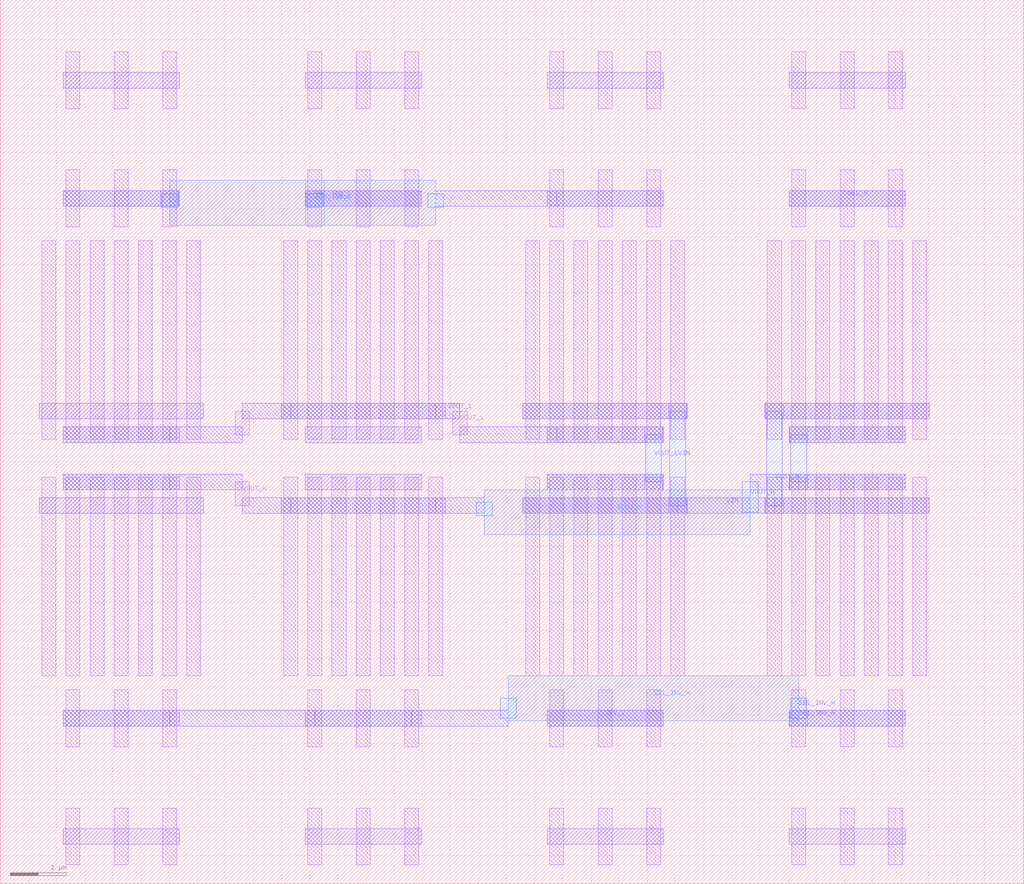
<source format=lef>
VERSION 5.7 ;
  DIVIDERCHAR "/" ;
  BUSBITCHARS "[]" ;
MACRO DCDC_MUX
  CLASS BLOCK ;
  ORIGIN 0 0 ;
  FOREIGN DCDC_MUX 0 0 ;
  SIZE 18.19 BY 15.71 ;
  PIN SEL_H
    DIRECTION INOUT ;
    USE SIGNAL ;
    PORT 
      LAYER met2 ;
        RECT 14.02 12.04 16.08 12.32 ;
    END
  END SEL_H
  PIN SEL_INV_H
    DIRECTION INOUT ;
    USE SIGNAL ;
    PORT 
      LAYER met2 ;
        RECT 1.12 2.8 3.18 3.08 ;
      LAYER met2 ;
        RECT 5.42 2.8 7.48 3.08 ;
      LAYER met2 ;
        RECT 14.02 2.8 16.08 3.08 ;
      LAYER met2 ;
        RECT 3.01 2.8 5.59 3.08 ;
      LAYER met2 ;
        RECT 7.31 2.8 9.03 3.08 ;
      LAYER met3 ;
        RECT 8.89 2.94 9.17 3.3 ;
      LAYER met4 ;
        RECT 9.03 2.9 14.19 3.7 ;
      LAYER met3 ;
        RECT 14.05 2.94 14.33 3.3 ;
      LAYER met2 ;
        RECT 14.03 2.8 14.35 3.08 ;
    END
  END SEL_INV_H
  PIN SEL_INV_L
    DIRECTION INOUT ;
    USE SIGNAL ;
    PORT 
      LAYER met2 ;
        RECT 9.72 12.04 11.78 12.32 ;
      LAYER met2 ;
        RECT 1.12 12.04 3.18 12.32 ;
      LAYER met2 ;
        RECT 5.42 12.04 7.48 12.32 ;
      LAYER met2 ;
        RECT 7.74 12.04 9.89 12.32 ;
      LAYER met3 ;
        RECT 7.6 12.019 7.88 12.261 ;
      LAYER met4 ;
        RECT 3.01 11.7 7.74 12.5 ;
      LAYER met3 ;
        RECT 2.87 12.019 3.15 12.261 ;
      LAYER met2 ;
        RECT 2.85 12.04 3.17 12.32 ;
      LAYER met4 ;
        RECT 5.425 11.7 5.755 12.5 ;
      LAYER met3 ;
        RECT 5.45 12.019 5.73 12.261 ;
      LAYER met2 ;
        RECT 5.43 12.04 5.75 12.32 ;
    END
  END SEL_INV_L
  PIN SEL_L
    DIRECTION INOUT ;
    USE SIGNAL ;
    PORT 
      LAYER met2 ;
        RECT 9.72 2.8 11.78 3.08 ;
    END
  END SEL_L
  PIN VIN
    DIRECTION INOUT ;
    USE SIGNAL ;
    PORT 
      LAYER met2 ;
        RECT 13.59 6.58 16.51 6.86 ;
      LAYER met2 ;
        RECT 13.59 8.26 16.51 8.54 ;
      LAYER met2 ;
        RECT 13.6 6.58 13.92 6.86 ;
      LAYER met3 ;
        RECT 13.62 6.72 13.9 8.4 ;
      LAYER met2 ;
        RECT 13.6 8.26 13.92 8.54 ;
      LAYER met2 ;
        RECT 9.29 6.58 12.21 6.86 ;
      LAYER met2 ;
        RECT 9.29 8.26 12.21 8.54 ;
      LAYER met2 ;
        RECT 11.88 6.58 12.2 6.86 ;
      LAYER met3 ;
        RECT 11.9 6.72 12.18 8.4 ;
      LAYER met2 ;
        RECT 11.88 8.26 12.2 8.54 ;
      LAYER met2 ;
        RECT 12.04 6.58 13.76 6.86 ;
    END
  END VIN
  PIN VOUT_H
    DIRECTION INOUT ;
    USE SIGNAL ;
    PORT 
      LAYER met2 ;
        RECT 4.99 6.58 7.91 6.86 ;
      LAYER met2 ;
        RECT 1.12 7 3.18 7.28 ;
      LAYER met2 ;
        RECT 4.3 6.58 5.16 6.86 ;
      LAYER met1 ;
        RECT 4.175 6.72 4.425 7.14 ;
      LAYER met2 ;
        RECT 3.01 7 4.3 7.28 ;
      LAYER met2 ;
        RECT 14.02 7 16.08 7.28 ;
      LAYER met2 ;
        RECT 14.02 7.84 16.08 8.12 ;
      LAYER met2 ;
        RECT 14.03 7 14.35 7.28 ;
      LAYER met3 ;
        RECT 14.05 7.14 14.33 7.98 ;
      LAYER met2 ;
        RECT 14.03 7.84 14.35 8.12 ;
      LAYER met2 ;
        RECT 7.74 6.58 8.6 6.86 ;
      LAYER met3 ;
        RECT 8.46 6.539 8.74 6.781 ;
      LAYER met4 ;
        RECT 8.6 6.2 13.33 7 ;
      LAYER met3 ;
        RECT 13.19 6.6 13.47 7.14 ;
      LAYER met2 ;
        RECT 13.33 7 14.19 7.28 ;
    END
  END VOUT_H
  PIN VOUT_L
    DIRECTION INOUT ;
    USE SIGNAL ;
    PORT 
      LAYER met2 ;
        RECT 9.72 7 11.78 7.28 ;
      LAYER met2 ;
        RECT 9.72 7.84 11.78 8.12 ;
      LAYER met2 ;
        RECT 11.45 7 11.77 7.28 ;
      LAYER met3 ;
        RECT 11.47 7.14 11.75 7.98 ;
      LAYER met2 ;
        RECT 11.45 7.84 11.77 8.12 ;
      LAYER met2 ;
        RECT 4.99 8.26 7.91 8.54 ;
      LAYER met2 ;
        RECT 1.12 7.84 3.18 8.12 ;
      LAYER met2 ;
        RECT 4.3 8.26 5.16 8.54 ;
      LAYER met1 ;
        RECT 4.175 7.98 4.425 8.4 ;
      LAYER met2 ;
        RECT 3.01 7.84 4.3 8.12 ;
      LAYER met2 ;
        RECT 8.17 7.84 9.89 8.12 ;
      LAYER met1 ;
        RECT 8.045 7.98 8.295 8.4 ;
      LAYER met2 ;
        RECT 7.74 8.26 8.17 8.54 ;
    END
  END VOUT_L
  OBS 
  LAYER met1 ;
        RECT 5.465 3.695 5.715 7.225 ;
  LAYER met1 ;
        RECT 5.465 2.435 5.715 3.445 ;
  LAYER met1 ;
        RECT 5.465 0.335 5.715 1.345 ;
  LAYER met1 ;
        RECT 5.035 3.695 5.285 7.225 ;
  LAYER met1 ;
        RECT 5.895 3.695 6.145 7.225 ;
  LAYER met1 ;
        RECT 6.325 3.695 6.575 7.225 ;
  LAYER met1 ;
        RECT 6.325 2.435 6.575 3.445 ;
  LAYER met1 ;
        RECT 6.325 0.335 6.575 1.345 ;
  LAYER met1 ;
        RECT 6.755 3.695 7.005 7.225 ;
  LAYER met1 ;
        RECT 7.185 3.695 7.435 7.225 ;
  LAYER met1 ;
        RECT 7.185 2.435 7.435 3.445 ;
  LAYER met1 ;
        RECT 7.185 0.335 7.435 1.345 ;
  LAYER met1 ;
        RECT 7.615 3.695 7.865 7.225 ;
  LAYER met2 ;
        RECT 5.42 0.7 7.48 0.98 ;
  LAYER met2 ;
        RECT 5.42 7 7.48 7.28 ;
  LAYER met2 ;
        RECT 5.42 2.8 7.48 3.08 ;
  LAYER met2 ;
        RECT 4.99 6.58 7.91 6.86 ;
  LAYER met1 ;
        RECT 2.885 3.695 3.135 7.225 ;
  LAYER met1 ;
        RECT 2.885 2.435 3.135 3.445 ;
  LAYER met1 ;
        RECT 2.885 0.335 3.135 1.345 ;
  LAYER met1 ;
        RECT 3.315 3.695 3.565 7.225 ;
  LAYER met1 ;
        RECT 2.455 3.695 2.705 7.225 ;
  LAYER met1 ;
        RECT 2.025 3.695 2.275 7.225 ;
  LAYER met1 ;
        RECT 2.025 2.435 2.275 3.445 ;
  LAYER met1 ;
        RECT 2.025 0.335 2.275 1.345 ;
  LAYER met1 ;
        RECT 1.595 3.695 1.845 7.225 ;
  LAYER met1 ;
        RECT 1.165 3.695 1.415 7.225 ;
  LAYER met1 ;
        RECT 1.165 2.435 1.415 3.445 ;
  LAYER met1 ;
        RECT 1.165 0.335 1.415 1.345 ;
  LAYER met1 ;
        RECT 0.735 3.695 0.985 7.225 ;
  LAYER met2 ;
        RECT 1.12 0.7 3.18 0.98 ;
  LAYER met2 ;
        RECT 1.12 7 3.18 7.28 ;
  LAYER met2 ;
        RECT 1.12 2.8 3.18 3.08 ;
  LAYER met2 ;
        RECT 0.69 6.58 3.61 6.86 ;
  LAYER met1 ;
        RECT 14.065 3.695 14.315 7.225 ;
  LAYER met1 ;
        RECT 14.065 2.435 14.315 3.445 ;
  LAYER met1 ;
        RECT 14.065 0.335 14.315 1.345 ;
  LAYER met1 ;
        RECT 13.635 3.695 13.885 7.225 ;
  LAYER met1 ;
        RECT 14.495 3.695 14.745 7.225 ;
  LAYER met1 ;
        RECT 14.925 3.695 15.175 7.225 ;
  LAYER met1 ;
        RECT 14.925 2.435 15.175 3.445 ;
  LAYER met1 ;
        RECT 14.925 0.335 15.175 1.345 ;
  LAYER met1 ;
        RECT 15.355 3.695 15.605 7.225 ;
  LAYER met1 ;
        RECT 15.785 3.695 16.035 7.225 ;
  LAYER met1 ;
        RECT 15.785 2.435 16.035 3.445 ;
  LAYER met1 ;
        RECT 15.785 0.335 16.035 1.345 ;
  LAYER met1 ;
        RECT 16.215 3.695 16.465 7.225 ;
  LAYER met2 ;
        RECT 14.02 0.7 16.08 0.98 ;
  LAYER met2 ;
        RECT 14.02 7 16.08 7.28 ;
  LAYER met2 ;
        RECT 14.02 2.8 16.08 3.08 ;
  LAYER met2 ;
        RECT 13.59 6.58 16.51 6.86 ;
  LAYER met1 ;
        RECT 14.065 7.895 14.315 11.425 ;
  LAYER met1 ;
        RECT 14.065 11.675 14.315 12.685 ;
  LAYER met1 ;
        RECT 14.065 13.775 14.315 14.785 ;
  LAYER met1 ;
        RECT 13.635 7.895 13.885 11.425 ;
  LAYER met1 ;
        RECT 14.495 7.895 14.745 11.425 ;
  LAYER met1 ;
        RECT 14.925 7.895 15.175 11.425 ;
  LAYER met1 ;
        RECT 14.925 11.675 15.175 12.685 ;
  LAYER met1 ;
        RECT 14.925 13.775 15.175 14.785 ;
  LAYER met1 ;
        RECT 15.355 7.895 15.605 11.425 ;
  LAYER met1 ;
        RECT 15.785 7.895 16.035 11.425 ;
  LAYER met1 ;
        RECT 15.785 11.675 16.035 12.685 ;
  LAYER met1 ;
        RECT 15.785 13.775 16.035 14.785 ;
  LAYER met1 ;
        RECT 16.215 7.895 16.465 11.425 ;
  LAYER met2 ;
        RECT 14.02 14.14 16.08 14.42 ;
  LAYER met2 ;
        RECT 14.02 7.84 16.08 8.12 ;
  LAYER met2 ;
        RECT 14.02 12.04 16.08 12.32 ;
  LAYER met2 ;
        RECT 13.59 8.26 16.51 8.54 ;
  LAYER met1 ;
        RECT 11.485 3.695 11.735 7.225 ;
  LAYER met1 ;
        RECT 11.485 2.435 11.735 3.445 ;
  LAYER met1 ;
        RECT 11.485 0.335 11.735 1.345 ;
  LAYER met1 ;
        RECT 11.915 3.695 12.165 7.225 ;
  LAYER met1 ;
        RECT 11.055 3.695 11.305 7.225 ;
  LAYER met1 ;
        RECT 10.625 3.695 10.875 7.225 ;
  LAYER met1 ;
        RECT 10.625 2.435 10.875 3.445 ;
  LAYER met1 ;
        RECT 10.625 0.335 10.875 1.345 ;
  LAYER met1 ;
        RECT 10.195 3.695 10.445 7.225 ;
  LAYER met1 ;
        RECT 9.765 3.695 10.015 7.225 ;
  LAYER met1 ;
        RECT 9.765 2.435 10.015 3.445 ;
  LAYER met1 ;
        RECT 9.765 0.335 10.015 1.345 ;
  LAYER met1 ;
        RECT 9.335 3.695 9.585 7.225 ;
  LAYER met2 ;
        RECT 9.72 0.7 11.78 0.98 ;
  LAYER met2 ;
        RECT 9.72 7 11.78 7.28 ;
  LAYER met2 ;
        RECT 9.72 2.8 11.78 3.08 ;
  LAYER met2 ;
        RECT 9.29 6.58 12.21 6.86 ;
  LAYER met1 ;
        RECT 11.485 7.895 11.735 11.425 ;
  LAYER met1 ;
        RECT 11.485 11.675 11.735 12.685 ;
  LAYER met1 ;
        RECT 11.485 13.775 11.735 14.785 ;
  LAYER met1 ;
        RECT 11.915 7.895 12.165 11.425 ;
  LAYER met1 ;
        RECT 11.055 7.895 11.305 11.425 ;
  LAYER met1 ;
        RECT 10.625 7.895 10.875 11.425 ;
  LAYER met1 ;
        RECT 10.625 11.675 10.875 12.685 ;
  LAYER met1 ;
        RECT 10.625 13.775 10.875 14.785 ;
  LAYER met1 ;
        RECT 10.195 7.895 10.445 11.425 ;
  LAYER met1 ;
        RECT 9.765 7.895 10.015 11.425 ;
  LAYER met1 ;
        RECT 9.765 11.675 10.015 12.685 ;
  LAYER met1 ;
        RECT 9.765 13.775 10.015 14.785 ;
  LAYER met1 ;
        RECT 9.335 7.895 9.585 11.425 ;
  LAYER met2 ;
        RECT 9.72 14.14 11.78 14.42 ;
  LAYER met2 ;
        RECT 9.72 7.84 11.78 8.12 ;
  LAYER met2 ;
        RECT 9.72 12.04 11.78 12.32 ;
  LAYER met2 ;
        RECT 9.29 8.26 12.21 8.54 ;
  LAYER met1 ;
        RECT 5.465 7.895 5.715 11.425 ;
  LAYER met1 ;
        RECT 5.465 11.675 5.715 12.685 ;
  LAYER met1 ;
        RECT 5.465 13.775 5.715 14.785 ;
  LAYER met1 ;
        RECT 5.035 7.895 5.285 11.425 ;
  LAYER met1 ;
        RECT 5.895 7.895 6.145 11.425 ;
  LAYER met1 ;
        RECT 6.325 7.895 6.575 11.425 ;
  LAYER met1 ;
        RECT 6.325 11.675 6.575 12.685 ;
  LAYER met1 ;
        RECT 6.325 13.775 6.575 14.785 ;
  LAYER met1 ;
        RECT 6.755 7.895 7.005 11.425 ;
  LAYER met1 ;
        RECT 7.185 7.895 7.435 11.425 ;
  LAYER met1 ;
        RECT 7.185 11.675 7.435 12.685 ;
  LAYER met1 ;
        RECT 7.185 13.775 7.435 14.785 ;
  LAYER met1 ;
        RECT 7.615 7.895 7.865 11.425 ;
  LAYER met2 ;
        RECT 5.42 14.14 7.48 14.42 ;
  LAYER met2 ;
        RECT 5.42 7.84 7.48 8.12 ;
  LAYER met2 ;
        RECT 5.42 12.04 7.48 12.32 ;
  LAYER met2 ;
        RECT 4.99 8.26 7.91 8.54 ;
  LAYER met1 ;
        RECT 2.885 7.895 3.135 11.425 ;
  LAYER met1 ;
        RECT 2.885 11.675 3.135 12.685 ;
  LAYER met1 ;
        RECT 2.885 13.775 3.135 14.785 ;
  LAYER met1 ;
        RECT 3.315 7.895 3.565 11.425 ;
  LAYER met1 ;
        RECT 2.455 7.895 2.705 11.425 ;
  LAYER met1 ;
        RECT 2.025 7.895 2.275 11.425 ;
  LAYER met1 ;
        RECT 2.025 11.675 2.275 12.685 ;
  LAYER met1 ;
        RECT 2.025 13.775 2.275 14.785 ;
  LAYER met1 ;
        RECT 1.595 7.895 1.845 11.425 ;
  LAYER met1 ;
        RECT 1.165 7.895 1.415 11.425 ;
  LAYER met1 ;
        RECT 1.165 11.675 1.415 12.685 ;
  LAYER met1 ;
        RECT 1.165 13.775 1.415 14.785 ;
  LAYER met1 ;
        RECT 0.735 7.895 0.985 11.425 ;
  LAYER met2 ;
        RECT 1.12 14.14 3.18 14.42 ;
  LAYER met2 ;
        RECT 1.12 7.84 3.18 8.12 ;
  LAYER met2 ;
        RECT 1.12 12.04 3.18 12.32 ;
  LAYER met2 ;
        RECT 0.69 8.26 3.61 8.54 ;
  END 
END DCDC_MUX

</source>
